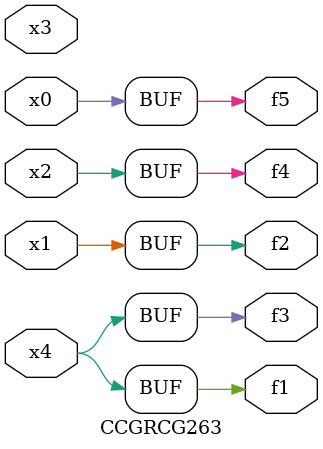
<source format=v>
module CCGRCG263(
	input x0, x1, x2, x3, x4,
	output f1, f2, f3, f4, f5
);
	assign f1 = x4;
	assign f2 = x1;
	assign f3 = x4;
	assign f4 = x2;
	assign f5 = x0;
endmodule

</source>
